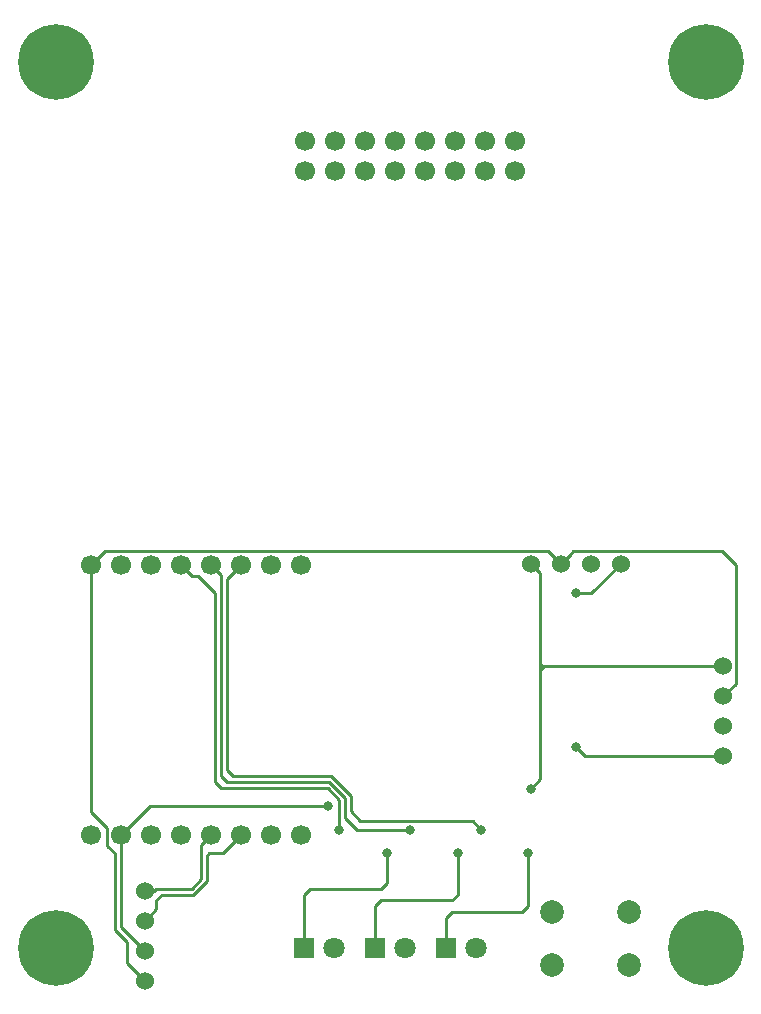
<source format=gbr>
G04 #@! TF.GenerationSoftware,KiCad,Pcbnew,5.1.5+dfsg1-2build2*
G04 #@! TF.CreationDate,2020-10-24T15:12:09+02:00*
G04 #@! TF.ProjectId,sensorbox,73656e73-6f72-4626-9f78-2e6b69636164,rev?*
G04 #@! TF.SameCoordinates,Original*
G04 #@! TF.FileFunction,Copper,L1,Top*
G04 #@! TF.FilePolarity,Positive*
%FSLAX46Y46*%
G04 Gerber Fmt 4.6, Leading zero omitted, Abs format (unit mm)*
G04 Created by KiCad (PCBNEW 5.1.5+dfsg1-2build2) date 2020-10-24 15:12:09*
%MOMM*%
%LPD*%
G04 APERTURE LIST*
%ADD10C,1.524000*%
%ADD11C,1.800000*%
%ADD12R,1.800000X1.800000*%
%ADD13C,2.000000*%
%ADD14C,1.700000*%
%ADD15C,6.400000*%
%ADD16C,0.800000*%
%ADD17C,0.250000*%
G04 APERTURE END LIST*
D10*
X52810000Y-47500000D03*
X50270000Y-47500000D03*
X47730000Y-47500000D03*
X45190000Y-47500000D03*
X61500000Y-63810000D03*
X61500000Y-61270000D03*
X61500000Y-58730000D03*
X61500000Y-56190000D03*
D11*
X40540000Y-80000000D03*
D12*
X38000000Y-80000000D03*
D11*
X34540000Y-80000000D03*
D12*
X32000000Y-80000000D03*
D11*
X28540000Y-80000000D03*
D12*
X26000000Y-80000000D03*
D13*
X53500000Y-77000000D03*
X53500000Y-81500000D03*
X47000000Y-77000000D03*
X47000000Y-81500000D03*
D14*
X8000000Y-47570000D03*
X10540000Y-47570000D03*
X13080000Y-47570000D03*
X15620000Y-47570000D03*
X18160000Y-47570000D03*
X20700000Y-47570000D03*
X23240000Y-47570000D03*
X25780000Y-47570000D03*
X18160000Y-70430000D03*
X15620000Y-70430000D03*
X13080000Y-70430000D03*
X20700000Y-70430000D03*
X23240000Y-70430000D03*
X8000000Y-70430000D03*
X10540000Y-70430000D03*
X25780000Y-70430000D03*
D10*
X12500000Y-75190000D03*
X12500000Y-77730000D03*
X12500000Y-80270000D03*
X12500000Y-82810000D03*
D14*
X38790000Y-14240000D03*
X43870000Y-14240000D03*
X41330000Y-14240000D03*
X36250000Y-14240000D03*
X28630000Y-14240000D03*
X26090000Y-14240000D03*
X31170000Y-14240000D03*
X33710000Y-14240000D03*
X26090000Y-11700000D03*
X28630000Y-11700000D03*
X31170000Y-11700000D03*
X33710000Y-11700000D03*
X36250000Y-11700000D03*
X38790000Y-11700000D03*
X41330000Y-11700000D03*
X43870000Y-11700000D03*
D15*
X60000000Y-80000000D03*
X5000000Y-80000000D03*
X60000000Y-5000000D03*
X5000000Y-5000000D03*
D16*
X45190000Y-66560000D03*
X28000000Y-68000000D03*
X49000000Y-50000000D03*
X49000000Y-63000000D03*
X33000000Y-72000000D03*
X39000000Y-72000000D03*
X45000000Y-72000000D03*
X29000000Y-70000000D03*
X35000000Y-70000000D03*
X41000000Y-70000000D03*
D17*
X12970000Y-68000000D02*
X10540000Y-70430000D01*
X28000000Y-68000000D02*
X12970000Y-68000000D01*
X45190000Y-47500000D02*
X46000000Y-48310000D01*
X46000000Y-65750000D02*
X45190000Y-66560000D01*
X46000000Y-48310000D02*
X46000000Y-55000000D01*
X10540000Y-70430000D02*
X10540000Y-71460000D01*
X10540000Y-71460000D02*
X10500000Y-71500000D01*
X10500000Y-78270000D02*
X12500000Y-80270000D01*
X10500000Y-71500000D02*
X10500000Y-78270000D01*
X46310000Y-56190000D02*
X46000000Y-56500000D01*
X61500000Y-56190000D02*
X46310000Y-56190000D01*
X46000000Y-56500000D02*
X46000000Y-65750000D01*
X46000000Y-55000000D02*
X46000000Y-56500000D01*
X46310000Y-56190000D02*
X46190000Y-56190000D01*
X46190000Y-56190000D02*
X46000000Y-56000000D01*
X46968001Y-46738001D02*
X47730000Y-47500000D01*
X46624999Y-46394999D02*
X46968001Y-46738001D01*
X9175001Y-46394999D02*
X46624999Y-46394999D01*
X8000000Y-47570000D02*
X9175001Y-46394999D01*
X62587001Y-57642999D02*
X62587001Y-47587001D01*
X61500000Y-58730000D02*
X62587001Y-57642999D01*
X48491999Y-46738001D02*
X47730000Y-47500000D01*
X48817001Y-46412999D02*
X48491999Y-46738001D01*
X61412999Y-46412999D02*
X48817001Y-46412999D01*
X62587001Y-47587001D02*
X61412999Y-46412999D01*
X12500000Y-82810000D02*
X11000000Y-81310000D01*
X11000000Y-81310000D02*
X11000000Y-79500000D01*
X11000000Y-79500000D02*
X10000000Y-78500000D01*
X10000000Y-78500000D02*
X10000000Y-72000000D01*
X9364999Y-71364999D02*
X9364999Y-69864999D01*
X10000000Y-72000000D02*
X9364999Y-71364999D01*
X9364999Y-69864999D02*
X8000000Y-68500000D01*
X8000000Y-68500000D02*
X8000000Y-63500000D01*
X8000000Y-63500000D02*
X8000000Y-47570000D01*
X18160000Y-70607630D02*
X18160000Y-70430000D01*
X50310000Y-50000000D02*
X52810000Y-47500000D01*
X49000000Y-50000000D02*
X50310000Y-50000000D01*
X49810000Y-63810000D02*
X49000000Y-63000000D01*
X61500000Y-63810000D02*
X49810000Y-63810000D01*
X13310000Y-75190000D02*
X13500000Y-75000000D01*
X12500000Y-75190000D02*
X13310000Y-75190000D01*
X17310001Y-74189999D02*
X16500000Y-75000000D01*
X17310001Y-71279999D02*
X17310001Y-74189999D01*
X18160000Y-70430000D02*
X17310001Y-71279999D01*
X13500000Y-75000000D02*
X16500000Y-75000000D01*
X13500000Y-76000000D02*
X13500000Y-76730000D01*
X13500000Y-76730000D02*
X12500000Y-77730000D01*
X14000000Y-75500000D02*
X13500000Y-76000000D01*
X17760010Y-74376400D02*
X16636410Y-75500000D01*
X17760011Y-72239989D02*
X17760010Y-74376400D01*
X16636410Y-75500000D02*
X14000000Y-75500000D01*
X18000000Y-72000000D02*
X17760011Y-72239989D01*
X19130000Y-72000000D02*
X18000000Y-72000000D01*
X20700000Y-70430000D02*
X19130000Y-72000000D01*
X32850000Y-72000000D02*
X33000000Y-72000000D01*
X26000000Y-80000000D02*
X26000000Y-78850000D01*
X33000000Y-72000000D02*
X33000000Y-74500000D01*
X33000000Y-74500000D02*
X32500000Y-75000000D01*
X32500000Y-75000000D02*
X26500000Y-75000000D01*
X26000000Y-75500000D02*
X26000000Y-78850000D01*
X26500000Y-75000000D02*
X26000000Y-75500000D01*
X38850000Y-72000000D02*
X39000000Y-72000000D01*
X32000000Y-80000000D02*
X32000000Y-78850000D01*
X39000000Y-72000000D02*
X39000000Y-75500000D01*
X39000000Y-75500000D02*
X38500000Y-76000000D01*
X38500000Y-76000000D02*
X32500000Y-76000000D01*
X32000000Y-76500000D02*
X32000000Y-78850000D01*
X32500000Y-76000000D02*
X32000000Y-76500000D01*
X44850000Y-72000000D02*
X45000000Y-72000000D01*
X45000000Y-72000000D02*
X45000000Y-76500000D01*
X45000000Y-76500000D02*
X44500000Y-77000000D01*
X44500000Y-77000000D02*
X38500000Y-77000000D01*
X38500000Y-77000000D02*
X38000000Y-77500000D01*
X38000000Y-77500000D02*
X38000000Y-79000000D01*
X38000000Y-79000000D02*
X38000000Y-78850000D01*
X38000000Y-80000000D02*
X38000000Y-79000000D01*
X16550000Y-48500000D02*
X15620000Y-47570000D01*
X18500000Y-50000000D02*
X17000000Y-48500000D01*
X18500000Y-66000000D02*
X18500000Y-50000000D01*
X17000000Y-48500000D02*
X16550000Y-48500000D01*
X19000000Y-66500000D02*
X18500000Y-66000000D01*
X28000000Y-66500000D02*
X19000000Y-66500000D01*
X29000000Y-67500000D02*
X28000000Y-66500000D01*
X29000000Y-70000000D02*
X29000000Y-67500000D01*
X30500000Y-70000000D02*
X35000000Y-70000000D01*
X29500000Y-67363590D02*
X29500000Y-69000000D01*
X19000000Y-65500000D02*
X19500000Y-66000000D01*
X29500000Y-69000000D02*
X30500000Y-70000000D01*
X28136410Y-66000000D02*
X29500000Y-67363590D01*
X19500000Y-66000000D02*
X28136410Y-66000000D01*
X19000000Y-48500000D02*
X19000000Y-65500000D01*
X19009999Y-48490001D02*
X19000000Y-48500000D01*
X19009999Y-48419999D02*
X19009999Y-48490001D01*
X18160000Y-47570000D02*
X19009999Y-48419999D01*
X19500000Y-48770000D02*
X20700000Y-47570000D01*
X20000000Y-65500000D02*
X19500000Y-65000000D01*
X28272820Y-65500000D02*
X20000000Y-65500000D01*
X29950010Y-68450010D02*
X29950009Y-67177189D01*
X29950009Y-67177189D02*
X28272820Y-65500000D01*
X30774999Y-69274999D02*
X29950010Y-68450010D01*
X19500000Y-65000000D02*
X19500000Y-48770000D01*
X40274999Y-69274999D02*
X30774999Y-69274999D01*
X41000000Y-70000000D02*
X40274999Y-69274999D01*
M02*

</source>
